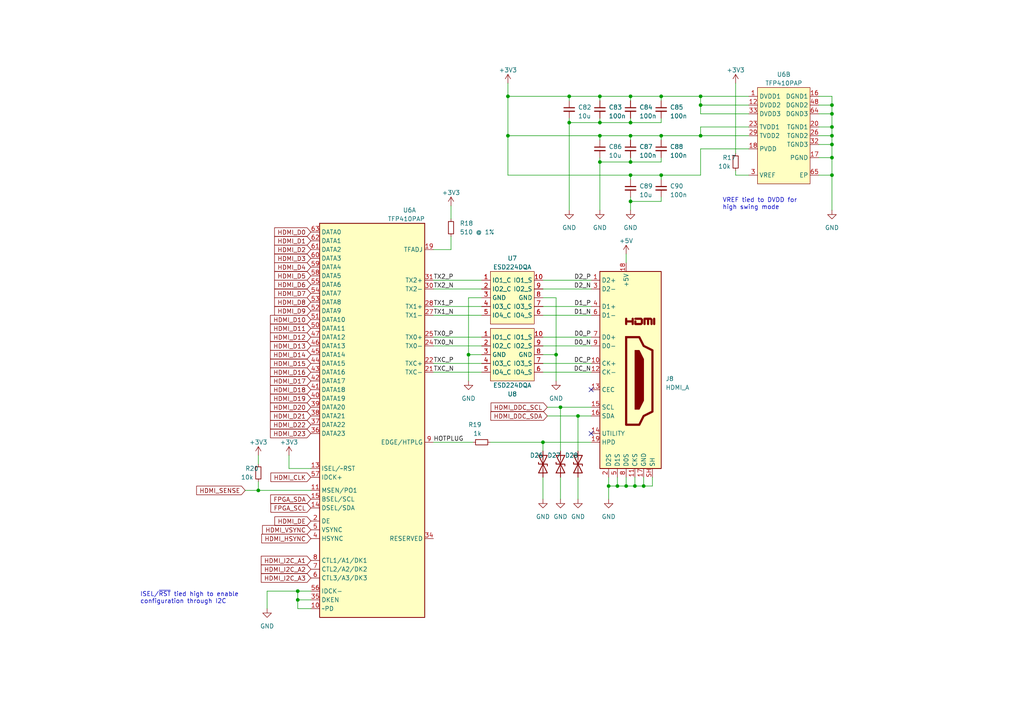
<source format=kicad_sch>
(kicad_sch (version 20220126) (generator eeschema)
  (paper "A4")
  (lib_symbols
    (symbol "Connector:HDMI_A"
      (property "Reference" "J?" (at 11.43 0.635 0))
      (property "Value" "HDMI_A" (at 11.43 -1.905 0))
      (symbol "HDMI_A_0_0"
        (polyline (pts (xy 8.128 16.51) (xy 8.128 18.034)) (stroke (width 0.635)))
        (polyline (pts (xy 0 16.51) (xy 0 18.034) (xy 0 17.272) (xy 1.905 17.272) (xy 1.905 18.034) (xy 1.905 16.51)) (stroke (width 0.635)))
        (polyline (pts (xy 2.667 18.034) (xy 4.318 18.034) (xy 4.572 17.78) (xy 4.572 16.764) (xy 4.318 16.51) (xy 2.667 16.51) (xy 2.667 17.272)) (stroke (width 0.635)))
      )
      (symbol "HDMI_A_0_1"
        (rectangle (start -7.62 31.75) (end 10.16 -25.4) (stroke (width 0.254)) (fill (type background)))
        (polyline (pts (xy 2.54 8.89) (xy 3.81 8.89) (xy 5.08 6.35) (xy 5.08 -5.715) (xy 3.81 -8.255) (xy 2.54 -8.255) (xy 2.54 8.89)) (fill (type outline)))
        (polyline (pts (xy 5.334 16.51) (xy 5.334 18.034) (xy 6.35 18.034) (xy 6.35 16.51) (xy 6.35 18.034) (xy 7.112 18.034) (xy 7.366 17.78) (xy 7.366 16.51)) (stroke (width 0.635)))
        (polyline (pts (xy 0 12.7) (xy 0 -12.7) (xy 3.81 -12.7) (xy 5.08 -10.16) (xy 7.62 -8.89) (xy 7.62 8.89) (xy 5.08 10.16) (xy 3.81 12.7) (xy 0 12.7)) (stroke (width 0.635)))
      )
      (symbol "HDMI_A_1_1"
        (pin passive line (at -10.16 29.21 0) (length 2.54) (name "D2+") (number "1"))
        (pin passive line (at -10.16 5.08 0) (length 2.54) (name "CK+") (number "10"))
        (pin power_in line (at 2.54 -27.94 90) (length 2.54) (name "CKS") (number "11"))
        (pin passive line (at -10.16 2.54 0) (length 2.54) (name "CK-") (number "12"))
        (pin bidirectional line (at -10.16 -2.54 0) (length 2.54) (name "CEC") (number "13"))
        (pin passive line (at -10.16 -15.24 0) (length 2.54) (name "UTILITY") (number "14"))
        (pin passive line (at -10.16 -7.62 0) (length 2.54) (name "SCL") (number "15"))
        (pin bidirectional line (at -10.16 -10.16 0) (length 2.54) (name "SDA") (number "16"))
        (pin power_in line (at 5.08 -27.94 90) (length 2.54) (name "GND") (number "17"))
        (pin power_in line (at 0 34.29 270) (length 2.54) (name "+5V") (number "18"))
        (pin passive line (at -10.16 -17.78 0) (length 2.54) (name "HPD") (number "19"))
        (pin power_in line (at -5.08 -27.94 90) (length 2.54) (name "D2S") (number "2"))
        (pin passive line (at -10.16 26.67 0) (length 2.54) (name "D2-") (number "3"))
        (pin passive line (at -10.16 21.59 0) (length 2.54) (name "D1+") (number "4"))
        (pin power_in line (at -2.54 -27.94 90) (length 2.54) (name "D1S") (number "5"))
        (pin passive line (at -10.16 19.05 0) (length 2.54) (name "D1-") (number "6"))
        (pin passive line (at -10.16 12.7 0) (length 2.54) (name "D0+") (number "7"))
        (pin power_in line (at 0 -27.94 90) (length 2.54) (name "D0S") (number "8"))
        (pin passive line (at -10.16 10.16 0) (length 2.54) (name "D0-") (number "9"))
        (pin passive line (at 7.62 -27.94 90) (length 2.54) (name "SH") (number "SH"))
      )
    )
    (symbol "Device:C_Small" (pin_numbers hide) (pin_names (offset 0.254) hide)
      (property "Reference" "C" (at 0.254 1.778 0))
      (property "Value" "C_Small" (at 0.254 -2.032 0))
      (symbol "C_Small_0_1"
        (polyline (pts (xy -1.524 -0.508) (xy 1.524 -0.508)) (stroke (width 0.3302)))
        (polyline (pts (xy -1.524 0.508) (xy 1.524 0.508)) (stroke (width 0.3048)))
      )
      (symbol "C_Small_1_1"
        (pin passive line (at 0 2.54 270) (length 2.032) (name "~") (number "1"))
        (pin passive line (at 0 -2.54 90) (length 2.032) (name "~") (number "2"))
      )
    )
    (symbol "Device:D_TVS" (pin_numbers hide) (pin_names (offset 1.016) hide)
      (property "Reference" "D" (at 0 2.54 0))
      (property "Value" "D_TVS" (at 0 -2.54 0))
      (symbol "D_TVS_0_1"
        (polyline (pts (xy 1.27 0) (xy -1.27 0)))
        (polyline (pts (xy 0.508 1.27) (xy 0 1.27) (xy 0 -1.27) (xy -0.508 -1.27)) (stroke (width 0.254)))
        (polyline (pts (xy -2.54 1.27) (xy -2.54 -1.27) (xy 2.54 1.27) (xy 2.54 -1.27) (xy -2.54 1.27)) (stroke (width 0.254)))
      )
      (symbol "D_TVS_1_1"
        (pin passive line (at -3.81 0 0) (length 2.54) (name "A1") (number "1"))
        (pin passive line (at 3.81 0 180) (length 2.54) (name "A2") (number "2"))
      )
    )
    (symbol "Device:R_Small" (pin_numbers hide) (pin_names (offset 0.254) hide)
      (property "Reference" "R" (at 0.762 0.508 0))
      (property "Value" "R_Small" (at 0.762 -1.016 0))
      (symbol "R_Small_0_1"
        (rectangle (start -0.762 1.778) (end 0.762 -1.778) (stroke (width 0.2032)))
      )
      (symbol "R_Small_1_1"
        (pin passive line (at 0 2.54 270) (length 0.762) (name "~") (number "1"))
        (pin passive line (at 0 -2.54 90) (length 0.762) (name "~") (number "2"))
      )
    )
    (symbol "ESD224DQA:ESD224DQA"
      (property "Reference" "U" (at 0 2.54 0))
      (property "Value" "ESD224DQA" (at 0 0 0))
      (symbol "ESD224DQA_0_1"
        (rectangle (start -6.35 -2.54) (end 6.35 -17.78) (stroke (width 0.1524)) (fill (type background)))
      )
      (symbol "ESD224DQA_1_1"
        (pin input line (at -8.89 -5.08 0) (length 2.54) (name "IO1_C") (number "1"))
        (pin input line (at 8.89 -5.08 180) (length 2.54) (name "IO1_S") (number "10"))
        (pin input line (at -8.89 -7.62 0) (length 2.54) (name "IO2_C") (number "2"))
        (pin input line (at -8.89 -10.16 0) (length 2.54) (name "GND") (number "3"))
        (pin input line (at -8.89 -12.7 0) (length 2.54) (name "IO3_C") (number "4"))
        (pin input line (at -8.89 -15.24 0) (length 2.54) (name "IO4_C") (number "5"))
        (pin input line (at 8.89 -15.24 180) (length 2.54) (name "IO4_S") (number "6"))
        (pin input line (at 8.89 -12.7 180) (length 2.54) (name "IO3_S") (number "7"))
        (pin input line (at 8.89 -10.16 180) (length 2.54) (name "GND") (number "8"))
        (pin input line (at 8.89 -7.62 180) (length 2.54) (name "IO2_S") (number "9"))
      )
    )
    (symbol "TFP410PAP_1"
      (property "Reference" "U?" (at 10.16 43.18 0))
      (property "Value" "TFP410PAP" (at 10.16 40.64 0))
      (symbol "TFP410PAP_1_1_1"
        (rectangle (start -15.24 55.88) (end 15.24 -58.42) (stroke (width 0.254)) (fill (type background)))
        (pin input line (at -17.78 -38.1 0) (length 2.54) (name "~PD") (number "10"))
        (pin output line (at -17.78 -35.56 0) (length 2.54) (name "MSEN/PO1") (number "11"))
        (pin input line (at -17.78 -40.64 0) (length 2.54) (name "ISEL/~RST") (number "13"))
        (pin bidirectional line (at -17.78 -55.88 0) (length 2.54) (name "DSEL/SDA") (number "14"))
        (pin input line (at -17.78 -53.34 0) (length 2.54) (name "BSEL/SCL") (number "15"))
        (pin input line (at 17.78 48.26 180) (length 2.54) (name "TFADJ") (number "19"))
        (pin input line (at -17.78 -17.78 0) (length 2.54) (name "DE") (number "2"))
        (pin output line (at 17.78 12.7 180) (length 2.54) (name "TXC-") (number "21"))
        (pin output line (at 17.78 15.24 180) (length 2.54) (name "TXC+") (number "22"))
        (pin output line (at 17.78 27.94 180) (length 2.54) (name "TX0-") (number "24"))
        (pin output line (at 17.78 30.48 180) (length 2.54) (name "TX0+") (number "25"))
        (pin output line (at 17.78 22.86 180) (length 2.54) (name "TX1-") (number "27"))
        (pin output line (at 17.78 25.4 180) (length 2.54) (name "TX1+") (number "28"))
        (pin output line (at 17.78 17.78 180) (length 2.54) (name "TX2-") (number "30"))
        (pin output line (at 17.78 20.32 180) (length 2.54) (name "TX2+") (number "31"))
        (pin input line (at 17.78 -35.56 180) (length 2.54) (name "RESERVED") (number "34"))
        (pin input line (at -17.78 -30.48 0) (length 2.54) (name "DKEN") (number "35"))
        (pin input line (at -17.78 -12.7 0) (length 2.54) (name "DATA23") (number "36"))
        (pin input line (at -17.78 -10.16 0) (length 2.54) (name "DATA22") (number "37"))
        (pin input line (at -17.78 -7.62 0) (length 2.54) (name "DATA21") (number "38"))
        (pin input line (at -17.78 -5.08 0) (length 2.54) (name "DATA20") (number "39"))
        (pin input line (at -17.78 -22.86 0) (length 2.54) (name "HSYNC") (number "4"))
        (pin input line (at -17.78 -2.54 0) (length 2.54) (name "DATA19") (number "40"))
        (pin input line (at -17.78 0 0) (length 2.54) (name "DATA18") (number "41"))
        (pin input line (at -17.78 2.54 0) (length 2.54) (name "DATA17") (number "42"))
        (pin input line (at -17.78 5.08 0) (length 2.54) (name "DATA16") (number "43"))
        (pin input line (at -17.78 7.62 0) (length 2.54) (name "DATA15") (number "44"))
        (pin input line (at -17.78 10.16 0) (length 2.54) (name "DATA14") (number "45"))
        (pin input line (at -17.78 12.7 0) (length 2.54) (name "DATA13") (number "46"))
        (pin input line (at -17.78 15.24 0) (length 2.54) (name "DATA12") (number "47"))
        (pin no_connect line (at 15.24 -33.02 180) (length 2.54) hide (name "NC") (number "49"))
        (pin input line (at -17.78 -20.32 0) (length 2.54) (name "VSYNC") (number "5"))
        (pin input line (at -17.78 17.78 0) (length 2.54) (name "DATA11") (number "50"))
        (pin input line (at -17.78 20.32 0) (length 2.54) (name "DATA10") (number "51"))
        (pin input line (at -17.78 22.86 0) (length 2.54) (name "DATA9") (number "52"))
        (pin input line (at -17.78 25.4 0) (length 2.54) (name "DATA8") (number "53"))
        (pin input line (at -17.78 27.94 0) (length 2.54) (name "DATA7") (number "54"))
        (pin input line (at -17.78 30.48 0) (length 2.54) (name "DATA6") (number "55"))
        (pin input line (at -17.78 53.34 0) (length 2.54) (name "IDCK-") (number "56"))
        (pin input line (at -17.78 50.8 0) (length 2.54) (name "IDCK+") (number "57"))
        (pin input line (at -17.78 33.02 0) (length 2.54) (name "DATA5") (number "58"))
        (pin input line (at -17.78 35.56 0) (length 2.54) (name "DATA4") (number "59"))
        (pin input line (at -17.78 -48.26 0) (length 2.54) (name "CTL3/A3/DK3") (number "6"))
        (pin input line (at -17.78 38.1 0) (length 2.54) (name "DATA3") (number "60"))
        (pin input line (at -17.78 40.64 0) (length 2.54) (name "DATA2") (number "61"))
        (pin input line (at -17.78 43.18 0) (length 2.54) (name "DATA1") (number "62"))
        (pin input line (at -17.78 45.72 0) (length 2.54) (name "DATA0") (number "63"))
        (pin input line (at -17.78 -45.72 0) (length 2.54) (name "CTL2/A2/DK2") (number "7"))
        (pin input line (at -17.78 -43.18 0) (length 2.54) (name "CTL1/A1/DK1") (number "8"))
        (pin input line (at -17.78 -27.94 0) (length 2.54) (name "EDGE/HTPLG") (number "9"))
      )
      (symbol "TFP410PAP_1_2_1"
        (rectangle (start 2.54 39.37) (end 17.78 11.43) (stroke (width 0.1524)) (fill (type background)))
        (pin power_in line (at 0 36.83 0) (length 2.54) (name "DVDD1") (number "1"))
        (pin power_in line (at 0 34.29 0) (length 2.54) (name "DVDD2") (number "12"))
        (pin power_in line (at 20.32 36.83 180) (length 2.54) (name "DGND1") (number "16"))
        (pin power_in line (at 20.32 19.05 180) (length 2.54) (name "PGND") (number "17"))
        (pin power_in line (at 0 21.59 0) (length 2.54) (name "PVDD") (number "18"))
        (pin power_in line (at 20.32 27.94 180) (length 2.54) (name "TGND1") (number "20"))
        (pin power_in line (at 0 27.94 0) (length 2.54) (name "TVDD1") (number "23"))
        (pin power_in line (at 20.32 25.4 180) (length 2.54) (name "TGND2") (number "26"))
        (pin power_in line (at 0 25.4 0) (length 2.54) (name "TVDD2") (number "29"))
        (pin input line (at 0 13.97 0) (length 2.54) (name "VREF") (number "3"))
        (pin power_in line (at 20.32 22.86 180) (length 2.54) (name "TGND3") (number "32"))
        (pin power_in line (at 0 31.75 0) (length 2.54) (name "DVDD3") (number "33"))
        (pin power_in line (at 20.32 34.29 180) (length 2.54) (name "DGND2") (number "48"))
        (pin power_in line (at 20.32 31.75 180) (length 2.54) (name "DGND3") (number "64"))
        (pin power_in line (at 20.32 13.97 180) (length 2.54) (name "EP") (number "65"))
      )
    )
    (symbol "Video:TFP410PAP"
      (property "Reference" "U?" (at 8.89 59.69 0))
      (property "Value" "TFP410PAP" (at 4.4959 57.15 0))
      (symbol "TFP410PAP_1_1"
        (rectangle (start -15.24 55.88) (end 15.24 -58.42) (stroke (width 0.254)) (fill (type background)))
        (pin input line (at -17.78 -55.88 0) (length 2.54) (name "~PD") (number "10"))
        (pin output line (at -17.78 -21.59 0) (length 2.54) (name "MSEN/PO1") (number "11"))
        (pin input line (at -17.78 -15.24 0) (length 2.54) (name "ISEL/~RST") (number "13"))
        (pin bidirectional line (at -17.78 -26.67 0) (length 2.54) (name "DSEL/SDA") (number "14"))
        (pin input line (at -17.78 -24.13 0) (length 2.54) (name "BSEL/SCL") (number "15"))
        (pin input line (at 17.78 48.26 180) (length 2.54) (name "TFADJ") (number "19"))
        (pin input line (at -17.78 -30.48 0) (length 2.54) (name "DE") (number "2"))
        (pin output line (at 17.78 12.7 180) (length 2.54) (name "TXC-") (number "21"))
        (pin output line (at 17.78 15.24 180) (length 2.54) (name "TXC+") (number "22"))
        (pin output line (at 17.78 20.32 180) (length 2.54) (name "TX0-") (number "24"))
        (pin output line (at 17.78 22.86 180) (length 2.54) (name "TX0+") (number "25"))
        (pin output line (at 17.78 29.21 180) (length 2.54) (name "TX1-") (number "27"))
        (pin output line (at 17.78 31.75 180) (length 2.54) (name "TX1+") (number "28"))
        (pin output line (at 17.78 36.83 180) (length 2.54) (name "TX2-") (number "30"))
        (pin output line (at 17.78 39.37 180) (length 2.54) (name "TX2+") (number "31"))
        (pin input line (at 17.78 -35.56 180) (length 2.54) (name "RESERVED") (number "34"))
        (pin input line (at -17.78 -53.34 0) (length 2.54) (name "DKEN") (number "35"))
        (pin input line (at -17.78 -5.08 0) (length 2.54) (name "DATA23") (number "36"))
        (pin input line (at -17.78 -2.54 0) (length 2.54) (name "DATA22") (number "37"))
        (pin input line (at -17.78 0 0) (length 2.54) (name "DATA21") (number "38"))
        (pin input line (at -17.78 2.54 0) (length 2.54) (name "DATA20") (number "39"))
        (pin input line (at -17.78 -35.56 0) (length 2.54) (name "HSYNC") (number "4"))
        (pin input line (at -17.78 5.08 0) (length 2.54) (name "DATA19") (number "40"))
        (pin input line (at -17.78 7.62 0) (length 2.54) (name "DATA18") (number "41"))
        (pin input line (at -17.78 10.16 0) (length 2.54) (name "DATA17") (number "42"))
        (pin input line (at -17.78 12.7 0) (length 2.54) (name "DATA16") (number "43"))
        (pin input line (at -17.78 15.24 0) (length 2.54) (name "DATA15") (number "44"))
        (pin input line (at -17.78 17.78 0) (length 2.54) (name "DATA14") (number "45"))
        (pin input line (at -17.78 20.32 0) (length 2.54) (name "DATA13") (number "46"))
        (pin input line (at -17.78 22.86 0) (length 2.54) (name "DATA12") (number "47"))
        (pin no_connect line (at 15.24 -33.02 180) (length 2.54) hide (name "NC") (number "49"))
        (pin input line (at -17.78 -33.02 0) (length 2.54) (name "VSYNC") (number "5"))
        (pin input line (at -17.78 25.4 0) (length 2.54) (name "DATA11") (number "50"))
        (pin input line (at -17.78 27.94 0) (length 2.54) (name "DATA10") (number "51"))
        (pin input line (at -17.78 30.48 0) (length 2.54) (name "DATA9") (number "52"))
        (pin input line (at -17.78 33.02 0) (length 2.54) (name "DATA8") (number "53"))
        (pin input line (at -17.78 35.56 0) (length 2.54) (name "DATA7") (number "54"))
        (pin input line (at -17.78 38.1 0) (length 2.54) (name "DATA6") (number "55"))
        (pin input line (at -17.78 -50.8 0) (length 2.54) (name "IDCK-") (number "56"))
        (pin input line (at -17.78 -17.78 0) (length 2.54) (name "IDCK+") (number "57"))
        (pin input line (at -17.78 40.64 0) (length 2.54) (name "DATA5") (number "58"))
        (pin input line (at -17.78 43.18 0) (length 2.54) (name "DATA4") (number "59"))
        (pin input line (at -17.78 -46.99 0) (length 2.54) (name "CTL3/A3/DK3") (number "6"))
        (pin input line (at -17.78 45.72 0) (length 2.54) (name "DATA3") (number "60"))
        (pin input line (at -17.78 48.26 0) (length 2.54) (name "DATA2") (number "61"))
        (pin input line (at -17.78 50.8 0) (length 2.54) (name "DATA1") (number "62"))
        (pin input line (at -17.78 53.34 0) (length 2.54) (name "DATA0") (number "63"))
        (pin input line (at -17.78 -44.45 0) (length 2.54) (name "CTL2/A2/DK2") (number "7"))
        (pin input line (at -17.78 -41.91 0) (length 2.54) (name "CTL1/A1/DK1") (number "8"))
        (pin input line (at 17.78 -7.62 180) (length 2.54) (name "EDGE/HTPLG") (number "9"))
      )
      (symbol "TFP410PAP_2_1"
        (rectangle (start 2.54 39.37) (end 17.78 12.7) (stroke (width 0.1524)) (fill (type background)))
        (pin power_in line (at 0 36.83 0) (length 2.54) (name "DVDD1") (number "1"))
        (pin power_in line (at 0 34.29 0) (length 2.54) (name "DVDD2") (number "12"))
        (pin power_in line (at 20.32 36.83 180) (length 2.54) (name "DGND1") (number "16"))
        (pin power_in line (at 20.32 27.94 180) (length 2.54) (name "PGND") (number "17"))
        (pin power_in line (at 0 27.94 0) (length 2.54) (name "PVDD") (number "18"))
        (pin power_in line (at 20.32 24.13 180) (length 2.54) (name "TGND1") (number "20"))
        (pin power_in line (at 0 24.13 0) (length 2.54) (name "TVDD1") (number "23"))
        (pin power_in line (at 20.32 21.59 180) (length 2.54) (name "TGND2") (number "26"))
        (pin power_in line (at 0 21.59 0) (length 2.54) (name "TVDD2") (number "29"))
        (pin input line (at 0 15.24 0) (length 2.54) (name "VREF") (number "3"))
        (pin power_in line (at 20.32 19.05 180) (length 2.54) (name "TGND3") (number "32"))
        (pin power_in line (at 0 31.75 0) (length 2.54) (name "DVDD3") (number "33"))
        (pin power_in line (at 20.32 34.29 180) (length 2.54) (name "DGND2") (number "48"))
        (pin power_in line (at 20.32 31.75 180) (length 2.54) (name "DGND3") (number "64"))
        (pin power_in line (at 20.32 15.24 180) (length 2.54) (name "EP") (number "65"))
      )
    )
    (symbol "power:+3V3" (power) (pin_names (offset 0))
      (property "Value" "+3V3" (at 0 3.556 0))
      (symbol "+3V3_0_1"
        (polyline (pts (xy -0.762 1.27) (xy 0 2.54)))
        (polyline (pts (xy 0 0) (xy 0 2.54)))
        (polyline (pts (xy 0 2.54) (xy 0.762 1.27)))
      )
      (symbol "+3V3_1_1"
        (pin power_in line (at 0 0 90) (length 0) hide (name "+3V3") (number "1"))
      )
    )
    (symbol "power:+5V" (power) (pin_names (offset 0))
      (property "Value" "+5V" (at 0 3.556 0))
      (symbol "+5V_0_1"
        (polyline (pts (xy -0.762 1.27) (xy 0 2.54)))
        (polyline (pts (xy 0 0) (xy 0 2.54)))
        (polyline (pts (xy 0 2.54) (xy 0.762 1.27)))
      )
      (symbol "+5V_1_1"
        (pin power_in line (at 0 0 90) (length 0) hide (name "+5V") (number "1"))
      )
    )
    (symbol "power:GND" (power) (pin_names (offset 0))
      (property "Value" "GND" (at 0 -3.81 0))
      (symbol "GND_0_1"
        (polyline (pts (xy 0 0) (xy 0 -1.27) (xy 1.27 -1.27) (xy 0 -2.54) (xy -1.27 -1.27) (xy 0 -1.27)))
      )
      (symbol "GND_1_1"
        (pin power_in line (at 0 0 270) (length 0) hide (name "GND") (number "1"))
      )
    )
  )
  (junction (at 191.77 27.94))
  (junction (at 176.53 140.97))
  (junction (at 173.99 46.99))
  (junction (at 162.56 118.11))
  (junction (at 182.88 50.8))
  (junction (at 161.29 102.87))
  (junction (at 74.93 142.24))
  (junction (at 157.48 128.27))
  (junction (at 241.3 36.83))
  (junction (at 182.88 39.37))
  (junction (at 147.32 27.94))
  (junction (at 182.88 46.99))
  (junction (at 241.3 50.8))
  (junction (at 165.1 35.56))
  (junction (at 191.77 50.8))
  (junction (at 173.99 39.37))
  (junction (at 203.2 39.37))
  (junction (at 182.88 35.56))
  (junction (at 86.36 171.45))
  (junction (at 191.77 39.37))
  (junction (at 173.99 27.94))
  (junction (at 147.32 39.37))
  (junction (at 241.3 41.91))
  (junction (at 241.3 33.02))
  (junction (at 203.2 30.48))
  (junction (at 179.07 140.97))
  (junction (at 182.88 58.42))
  (junction (at 241.3 45.72))
  (junction (at 203.2 27.94))
  (junction (at 135.89 102.87))
  (junction (at 186.69 140.97))
  (junction (at 165.1 27.94))
  (junction (at 241.3 30.48))
  (junction (at 184.15 140.97))
  (junction (at 241.3 39.37))
  (junction (at 86.36 173.99))
  (junction (at 173.99 35.56))
  (junction (at 167.64 120.65))
  (junction (at 182.88 27.94))
  (junction (at 181.61 140.97))
  (no_connect (at 171.45 113.03))
  (no_connect (at 171.45 125.73))
  (wire (pts (xy 135.89 110.49) (xy 135.89 102.87)))
  (wire (pts (xy 182.88 35.56) (xy 173.99 35.56)))
  (wire (pts (xy 157.48 138.43) (xy 157.48 144.78)))
  (wire (pts (xy 237.49 33.02) (xy 241.3 33.02)))
  (wire (pts (xy 237.49 45.72) (xy 241.3 45.72)))
  (wire (pts (xy 173.99 35.56) (xy 165.1 35.56)))
  (wire (pts (xy 182.88 34.29) (xy 182.88 35.56)))
  (wire (pts (xy 217.17 33.02) (xy 203.2 33.02)))
  (wire (pts (xy 147.32 27.94) (xy 147.32 39.37)))
  (wire (pts (xy 186.69 140.97) (xy 189.23 140.97)))
  (wire (pts (xy 162.56 118.11) (xy 171.45 118.11)))
  (wire (pts (xy 241.3 27.94) (xy 237.49 27.94)))
  (wire (pts (xy 241.3 45.72) (xy 241.3 50.8)))
  (wire (pts (xy 213.36 50.8) (xy 213.36 49.53)))
  (wire (pts (xy 173.99 27.94) (xy 173.99 29.21)))
  (wire (pts (xy 186.69 138.43) (xy 186.69 140.97)))
  (wire (pts (xy 147.32 24.13) (xy 147.32 27.94)))
  (wire (pts (xy 125.73 107.95) (xy 139.7 107.95)))
  (wire (pts (xy 191.77 57.15) (xy 191.77 58.42)))
  (wire (pts (xy 158.75 120.65) (xy 167.64 120.65)))
  (wire (pts (xy 74.93 139.7) (xy 74.93 142.24)))
  (wire (pts (xy 90.17 176.53) (xy 86.36 176.53)))
  (wire (pts (xy 191.77 46.99) (xy 182.88 46.99)))
  (wire (pts (xy 173.99 34.29) (xy 173.99 35.56)))
  (wire (pts (xy 237.49 41.91) (xy 241.3 41.91)))
  (wire (pts (xy 191.77 39.37) (xy 203.2 39.37)))
  (wire (pts (xy 182.88 50.8) (xy 182.88 52.07)))
  (wire (pts (xy 191.77 34.29) (xy 191.77 35.56)))
  (wire (pts (xy 157.48 97.79) (xy 171.45 97.79)))
  (wire (pts (xy 191.77 27.94) (xy 182.88 27.94)))
  (wire (pts (xy 203.2 30.48) (xy 217.17 30.48)))
  (wire (pts (xy 147.32 39.37) (xy 173.99 39.37)))
  (wire (pts (xy 83.82 135.89) (xy 90.17 135.89)))
  (wire (pts (xy 90.17 173.99) (xy 86.36 173.99)))
  (wire (pts (xy 179.07 140.97) (xy 181.61 140.97)))
  (wire (pts (xy 165.1 27.94) (xy 165.1 29.21)))
  (wire (pts (xy 182.88 39.37) (xy 182.88 40.64)))
  (wire (pts (xy 167.64 138.43) (xy 167.64 144.78)))
  (wire (pts (xy 241.3 60.96) (xy 241.3 50.8)))
  (wire (pts (xy 182.88 45.72) (xy 182.88 46.99)))
  (wire (pts (xy 125.73 88.9) (xy 139.7 88.9)))
  (wire (pts (xy 167.64 130.81) (xy 167.64 120.65)))
  (wire (pts (xy 162.56 138.43) (xy 162.56 144.78)))
  (wire (pts (xy 161.29 102.87) (xy 161.29 86.36)))
  (wire (pts (xy 165.1 35.56) (xy 165.1 60.96)))
  (wire (pts (xy 191.77 39.37) (xy 191.77 40.64)))
  (wire (pts (xy 173.99 46.99) (xy 173.99 45.72)))
  (wire (pts (xy 182.88 27.94) (xy 182.88 29.21)))
  (wire (pts (xy 191.77 50.8) (xy 182.88 50.8)))
  (wire (pts (xy 125.73 83.82) (xy 139.7 83.82)))
  (wire (pts (xy 203.2 43.18) (xy 217.17 43.18)))
  (wire (pts (xy 182.88 27.94) (xy 173.99 27.94)))
  (wire (pts (xy 191.77 27.94) (xy 191.77 29.21)))
  (wire (pts (xy 157.48 105.41) (xy 171.45 105.41)))
  (wire (pts (xy 203.2 33.02) (xy 203.2 30.48)))
  (wire (pts (xy 83.82 132.08) (xy 83.82 135.89)))
  (wire (pts (xy 158.75 118.11) (xy 162.56 118.11)))
  (wire (pts (xy 191.77 58.42) (xy 182.88 58.42)))
  (wire (pts (xy 179.07 138.43) (xy 179.07 140.97)))
  (wire (pts (xy 147.32 27.94) (xy 165.1 27.94)))
  (wire (pts (xy 157.48 91.44) (xy 171.45 91.44)))
  (wire (pts (xy 135.89 102.87) (xy 139.7 102.87)))
  (wire (pts (xy 237.49 39.37) (xy 241.3 39.37)))
  (wire (pts (xy 181.61 140.97) (xy 184.15 140.97)))
  (wire (pts (xy 237.49 36.83) (xy 241.3 36.83)))
  (wire (pts (xy 184.15 138.43) (xy 184.15 140.97)))
  (wire (pts (xy 125.73 91.44) (xy 139.7 91.44)))
  (wire (pts (xy 125.73 100.33) (xy 139.7 100.33)))
  (wire (pts (xy 176.53 140.97) (xy 176.53 144.78)))
  (wire (pts (xy 125.73 128.27) (xy 137.16 128.27)))
  (wire (pts (xy 241.3 33.02) (xy 241.3 30.48)))
  (wire (pts (xy 203.2 39.37) (xy 217.17 39.37)))
  (wire (pts (xy 213.36 24.13) (xy 213.36 44.45)))
  (wire (pts (xy 191.77 45.72) (xy 191.77 46.99)))
  (wire (pts (xy 203.2 43.18) (xy 203.2 50.8)))
  (wire (pts (xy 125.73 81.28) (xy 139.7 81.28)))
  (wire (pts (xy 161.29 110.49) (xy 161.29 102.87)))
  (wire (pts (xy 71.12 142.24) (xy 74.93 142.24)))
  (wire (pts (xy 147.32 39.37) (xy 147.32 50.8)))
  (wire (pts (xy 191.77 35.56) (xy 182.88 35.56)))
  (wire (pts (xy 241.3 30.48) (xy 241.3 27.94)))
  (wire (pts (xy 125.73 105.41) (xy 139.7 105.41)))
  (wire (pts (xy 147.32 50.8) (xy 182.88 50.8)))
  (wire (pts (xy 161.29 86.36) (xy 157.48 86.36)))
  (wire (pts (xy 237.49 30.48) (xy 241.3 30.48)))
  (wire (pts (xy 173.99 46.99) (xy 173.99 60.96)))
  (wire (pts (xy 182.88 46.99) (xy 173.99 46.99)))
  (wire (pts (xy 157.48 81.28) (xy 171.45 81.28)))
  (wire (pts (xy 125.73 97.79) (xy 139.7 97.79)))
  (wire (pts (xy 157.48 88.9) (xy 171.45 88.9)))
  (wire (pts (xy 130.81 68.58) (xy 130.81 72.39)))
  (wire (pts (xy 86.36 171.45) (xy 90.17 171.45)))
  (wire (pts (xy 173.99 39.37) (xy 173.99 40.64)))
  (wire (pts (xy 179.07 140.97) (xy 176.53 140.97)))
  (wire (pts (xy 241.3 45.72) (xy 241.3 41.91)))
  (wire (pts (xy 173.99 39.37) (xy 182.88 39.37)))
  (wire (pts (xy 237.49 50.8) (xy 241.3 50.8)))
  (wire (pts (xy 135.89 102.87) (xy 135.89 86.36)))
  (wire (pts (xy 182.88 58.42) (xy 182.88 57.15)))
  (wire (pts (xy 157.48 128.27) (xy 171.45 128.27)))
  (wire (pts (xy 241.3 39.37) (xy 241.3 36.83)))
  (wire (pts (xy 173.99 27.94) (xy 165.1 27.94)))
  (wire (pts (xy 191.77 50.8) (xy 203.2 50.8)))
  (wire (pts (xy 162.56 130.81) (xy 162.56 118.11)))
  (wire (pts (xy 203.2 27.94) (xy 191.77 27.94)))
  (wire (pts (xy 135.89 86.36) (xy 139.7 86.36)))
  (wire (pts (xy 181.61 73.66) (xy 181.61 76.2)))
  (wire (pts (xy 157.48 83.82) (xy 171.45 83.82)))
  (wire (pts (xy 217.17 50.8) (xy 213.36 50.8)))
  (wire (pts (xy 181.61 138.43) (xy 181.61 140.97)))
  (wire (pts (xy 167.64 120.65) (xy 171.45 120.65)))
  (wire (pts (xy 241.3 41.91) (xy 241.3 39.37)))
  (wire (pts (xy 191.77 50.8) (xy 191.77 52.07)))
  (wire (pts (xy 241.3 36.83) (xy 241.3 33.02)))
  (wire (pts (xy 165.1 35.56) (xy 165.1 34.29)))
  (wire (pts (xy 130.81 59.69) (xy 130.81 63.5)))
  (wire (pts (xy 86.36 176.53) (xy 86.36 173.99)))
  (wire (pts (xy 77.47 171.45) (xy 86.36 171.45)))
  (wire (pts (xy 157.48 100.33) (xy 171.45 100.33)))
  (wire (pts (xy 176.53 138.43) (xy 176.53 140.97)))
  (wire (pts (xy 74.93 142.24) (xy 90.17 142.24)))
  (wire (pts (xy 217.17 27.94) (xy 203.2 27.94)))
  (wire (pts (xy 184.15 140.97) (xy 186.69 140.97)))
  (wire (pts (xy 157.48 102.87) (xy 161.29 102.87)))
  (wire (pts (xy 182.88 58.42) (xy 182.88 60.96)))
  (wire (pts (xy 189.23 140.97) (xy 189.23 138.43)))
  (wire (pts (xy 74.93 132.08) (xy 74.93 134.62)))
  (wire (pts (xy 217.17 36.83) (xy 203.2 36.83)))
  (wire (pts (xy 86.36 173.99) (xy 86.36 171.45)))
  (wire (pts (xy 203.2 36.83) (xy 203.2 39.37)))
  (wire (pts (xy 157.48 128.27) (xy 157.48 130.81)))
  (wire (pts (xy 142.24 128.27) (xy 157.48 128.27)))
  (wire (pts (xy 130.81 72.39) (xy 125.73 72.39)))
  (wire (pts (xy 157.48 107.95) (xy 171.45 107.95)))
  (wire (pts (xy 203.2 30.48) (xy 203.2 27.94)))
  (wire (pts (xy 77.47 176.53) (xy 77.47 171.45)))
  (wire (pts (xy 182.88 39.37) (xy 191.77 39.37)))
  (text "VREF tied to DVDD for \nhigh swing mode" (at 209.55 60.96 0) (effects (font (size 1.27 1.27)) (justify left bottom)))
  (text "ISEL/~{RST} tied high to enable\nconfiguration through I2C" (at 40.64 175.26 0) (effects (font (size 1.27 1.27)) (justify left bottom)))
  (label "D1_N" (at 171.45 91.44 0))
  (label "D0_P" (at 171.45 97.79 0))
  (label "D2_P" (at 171.45 81.28 0))
  (label "TXC_P" (at 125.73 105.41 0))
  (label "TX2_P" (at 125.73 81.28 0))
  (label "D2_N" (at 171.45 83.82 0))
  (label "DC_P" (at 171.45 105.41 0))
  (label "HOTPLUG" (at 125.73 128.27 0))
  (label "TXC_N" (at 125.73 107.95 0))
  (label "D1_P" (at 171.45 88.9 0))
  (label "TX2_N" (at 125.73 83.82 0))
  (label "TX0_N" (at 125.73 100.33 0))
  (label "D0_N" (at 171.45 100.33 0))
  (label "TX0_P" (at 125.73 97.79 0))
  (label "TX1_P" (at 125.73 88.9 0))
  (label "TX1_N" (at 125.73 91.44 0))
  (label "DC_N" (at 171.45 107.95 0))
  (global_label "HDMI_D0" (shape input) (at 90.17 67.31 180) (property "Intersheetrefs" "${INTERSHEET_REFS}" (at 80.1309 67.31 0) (effects (justify right))))
  (global_label "HDMI_D17" (shape input) (at 90.17 110.49 180) (property "Intersheetrefs" "${INTERSHEET_REFS}" (at 80.1309 110.49 0) (effects (justify right))))
  (global_label "HDMI_D16" (shape input) (at 90.17 107.95 180) (property "Intersheetrefs" "${INTERSHEET_REFS}" (at 80.1309 107.95 0) (effects (justify right))))
  (global_label "HDMI_D19" (shape input) (at 90.17 115.57 180) (property "Intersheetrefs" "${INTERSHEET_REFS}" (at 80.1309 115.57 0) (effects (justify right))))
  (global_label "HDMI_D23" (shape input) (at 90.17 125.73 180) (property "Intersheetrefs" "${INTERSHEET_REFS}" (at 80.1309 125.73 0) (effects (justify right))))
  (global_label "HDMI_D20" (shape input) (at 90.17 118.11 180) (property "Intersheetrefs" "${INTERSHEET_REFS}" (at 80.1309 118.11 0) (effects (justify right))))
  (global_label "HDMI_D15" (shape input) (at 90.17 105.41 180) (property "Intersheetrefs" "${INTERSHEET_REFS}" (at 80.1309 105.41 0) (effects (justify right))))
  (global_label "HDMI_D1" (shape input) (at 90.17 69.85 180) (property "Intersheetrefs" "${INTERSHEET_REFS}" (at 80.1309 69.85 0) (effects (justify right))))
  (global_label "HDMI_D10" (shape input) (at 90.17 92.71 180) (property "Intersheetrefs" "${INTERSHEET_REFS}" (at 80.1309 92.71 0) (effects (justify right))))
  (global_label "HDMI_D6" (shape input) (at 90.17 82.55 180) (property "Intersheetrefs" "${INTERSHEET_REFS}" (at 80.1309 82.55 0) (effects (justify right))))
  (global_label "HDMI_D7" (shape input) (at 90.17 85.09 180) (property "Intersheetrefs" "${INTERSHEET_REFS}" (at 80.1309 85.09 0) (effects (justify right))))
  (global_label "HDMI_D2" (shape input) (at 90.17 72.39 180) (property "Intersheetrefs" "${INTERSHEET_REFS}" (at 80.1309 72.39 0) (effects (justify right))))
  (global_label "HDMI_D5" (shape input) (at 90.17 80.01 180) (property "Intersheetrefs" "${INTERSHEET_REFS}" (at 80.1309 80.01 0) (effects (justify right))))
  (global_label "HDMI_D8" (shape input) (at 90.17 87.63 180) (property "Intersheetrefs" "${INTERSHEET_REFS}" (at 80.1309 87.63 0) (effects (justify right))))
  (global_label "HDMI_I2C_A2" (shape input) (at 90.17 165.1 180) (property "Intersheetrefs" "${INTERSHEET_REFS}" (at 77.4699 165.1 0) (effects (justify right))))
  (global_label "FPGA_SCL" (shape input) (at 90.17 147.32 180) (property "Intersheetrefs" "${INTERSHEET_REFS}" (at 77.4699 147.32 0) (effects (justify right))))
  (global_label "HDMI_SENSE" (shape input) (at 71.12 142.24 180) (property "Intersheetrefs" "${INTERSHEET_REFS}" (at 58.4199 142.24 0) (effects (justify right))))
  (global_label "HDMI_D3" (shape input) (at 90.17 74.93 180) (property "Intersheetrefs" "${INTERSHEET_REFS}" (at 80.1309 74.93 0) (effects (justify right))))
  (global_label "HDMI_CLK" (shape input) (at 90.17 138.43 180) (property "Intersheetrefs" "${INTERSHEET_REFS}" (at 80.1309 138.43 0) (effects (justify right))))
  (global_label "HDMI_D22" (shape input) (at 90.17 123.19 180) (property "Intersheetrefs" "${INTERSHEET_REFS}" (at 80.1309 123.19 0) (effects (justify right))))
  (global_label "HDMI_D18" (shape input) (at 90.17 113.03 180) (property "Intersheetrefs" "${INTERSHEET_REFS}" (at 80.1309 113.03 0) (effects (justify right))))
  (global_label "HDMI_DE" (shape input) (at 90.17 151.13 180) (property "Intersheetrefs" "${INTERSHEET_REFS}" (at 81.28 151.13 0) (effects (justify right))))
  (global_label "HDMI_D12" (shape input) (at 90.17 97.79 180) (property "Intersheetrefs" "${INTERSHEET_REFS}" (at 80.1309 97.79 0) (effects (justify right))))
  (global_label "HDMI_D14" (shape input) (at 90.17 102.87 180) (property "Intersheetrefs" "${INTERSHEET_REFS}" (at 80.1309 102.87 0) (effects (justify right))))
  (global_label "HDMI_I2C_A1" (shape input) (at 90.17 162.56 180) (property "Intersheetrefs" "${INTERSHEET_REFS}" (at 77.4699 162.56 0) (effects (justify right))))
  (global_label "HDMI_DDC_SCL" (shape input) (at 158.75 118.11 180) (property "Intersheetrefs" "${INTERSHEET_REFS}" (at 143.51 118.11 0) (effects (justify right))))
  (global_label "HDMI_D4" (shape input) (at 90.17 77.47 180) (property "Intersheetrefs" "${INTERSHEET_REFS}" (at 80.1309 77.47 0) (effects (justify right))))
  (global_label "HDMI_D11" (shape input) (at 90.17 95.25 180) (property "Intersheetrefs" "${INTERSHEET_REFS}" (at 80.1309 95.25 0) (effects (justify right))))
  (global_label "HDMI_I2C_A3" (shape input) (at 90.17 167.64 180) (property "Intersheetrefs" "${INTERSHEET_REFS}" (at 77.4699 167.64 0) (effects (justify right))))
  (global_label "FPGA_SDA" (shape input) (at 90.17 144.78 180) (property "Intersheetrefs" "${INTERSHEET_REFS}" (at 77.4699 144.78 0) (effects (justify right))))
  (global_label "HDMI_DDC_SDA" (shape input) (at 158.75 120.65 180) (property "Intersheetrefs" "${INTERSHEET_REFS}" (at 143.51 120.65 0) (effects (justify right))))
  (global_label "HDMI_D13" (shape input) (at 90.17 100.33 180) (property "Intersheetrefs" "${INTERSHEET_REFS}" (at 80.1309 100.33 0) (effects (justify right))))
  (global_label "HDMI_VSYNC" (shape input) (at 90.17 153.67 180) (property "Intersheetrefs" "${INTERSHEET_REFS}" (at 77.7118 153.67 0) (effects (justify right))))
  (global_label "HDMI_D21" (shape input) (at 90.17 120.65 180) (property "Intersheetrefs" "${INTERSHEET_REFS}" (at 80.1309 120.65 0) (effects (justify right))))
  (global_label "HDMI_HSYNC" (shape input) (at 90.17 156.21 180) (property "Intersheetrefs" "${INTERSHEET_REFS}" (at 77.4699 156.21 0) (effects (justify right))))
  (global_label "HDMI_D9" (shape input) (at 90.17 90.17 180) (property "Intersheetrefs" "${INTERSHEET_REFS}" (at 80.1309 90.17 0) (effects (justify right))))
  (symbol (lib_id "Connector:HDMI_A") (at 181.61 110.49 0) (unit 1)
    (property "Reference" "J8" (at 193.04 109.855 0) (effects (justify left)))
    (property "Value" "HDMI_A" (at 193.04 112.395 0) (effects (justify left)))
    (property "Footprint" "RAHHD19TR:RAAHD19TR" (effects hide))
    (property "Datasheet" "https://en.wikipedia.org/wiki/HDMI" (effects hide))
    (property "Part Number" "RAHHD19TR" (effects hide))
  )
  (symbol (lib_id "Device:C_Small") (at 182.88 54.61 0) (unit 1)
    (property "Reference" "C89" (at 185.42 53.9813 0) (effects (justify left)))
    (property "Value" "10u" (at 185.42 56.5213 0) (effects (justify left)))
    (property "Footprint" "Capacitor_SMD:C_0805_2012Metric" (effects hide))
    (property "Part Number" "JMK212ABJ106MG-T" (effects hide))
  )
  (symbol (lib_id "power:GND") (at 162.56 144.78 0) (unit 1)
    (property "Reference" "#PWR0111" (effects hide))
    (property "Value" "GND" (at 162.56 149.86 0))
  )
  (symbol (lib_id "power:+3V3") (at 147.32 24.13 0) (unit 1)
    (property "Reference" "#PWR098" (effects hide))
    (property "Value" "+3V3" (at 147.32 20.32 0))
  )
  (symbol (lib_id "Device:C_Small") (at 173.99 31.75 0) (unit 1)
    (property "Reference" "C83" (at 176.53 31.1213 0) (effects (justify left)))
    (property "Value" "100n" (at 176.53 33.6613 0) (effects (justify left)))
    (property "Footprint" "Capacitor_SMD:C_0603_1608Metric" (effects hide))
    (property "Part Number" "EMK107B7104KA-T" (effects hide))
  )
  (symbol (lib_id "Device:R_Small") (at 74.93 137.16 0) (unit 1)
    (property "Reference" "R20" (at 71.12 135.89 0) (effects (justify left)))
    (property "Value" "10k" (at 69.85 138.43 0) (effects (justify left)))
    (property "Footprint" "Resistor_SMD:R_0603_1608Metric" (effects hide))
    (property "Part Number" "RC0603JR-0710KL" (effects hide))
  )
  (symbol (lib_id "power:GND") (at 176.53 144.78 0) (unit 1)
    (property "Reference" "#PWR0113" (effects hide))
    (property "Value" "GND" (at 176.53 149.86 0))
  )
  (symbol (lib_id "Device:C_Small") (at 165.1 31.75 0) (unit 1)
    (property "Reference" "C82" (at 167.64 31.1213 0) (effects (justify left)))
    (property "Value" "10u" (at 167.64 33.6613 0) (effects (justify left)))
    (property "Footprint" "Capacitor_SMD:C_0805_2012Metric" (effects hide))
    (property "Part Number" "JMK212ABJ106MG-T" (effects hide))
  )
  (symbol (lib_id "power:+5V") (at 181.61 73.66 0) (unit 1)
    (property "Reference" "#PWR0105" (effects hide))
    (property "Value" "+5V" (at 181.61 69.85 0))
  )
  (symbol (lib_id "Device:D_TVS") (at 162.56 134.62 90) (unit 1)
    (property "Reference" "D27" (at 158.75 132.08 90) (effects (justify right)))
    (property "Value" "D_TVS" (effects hide))
    (property "Footprint" "Diode_SMD:D_0603_1608Metric" (effects hide))
    (property "Part Number" "82356240030" (effects hide))
  )
  (symbol (lib_id "power:GND") (at 161.29 110.49 0) (unit 1)
    (property "Reference" "#PWR0107" (effects hide))
    (property "Value" "GND" (at 161.29 115.57 0))
  )
  (symbol (lib_id "Device:C_Small") (at 173.99 43.18 0) (unit 1)
    (property "Reference" "C86" (at 176.53 42.5513 0) (effects (justify left)))
    (property "Value" "10u" (at 176.53 45.0913 0) (effects (justify left)))
    (property "Footprint" "Capacitor_SMD:C_0805_2012Metric" (effects hide))
    (property "Part Number" "JMK212ABJ106MG-T" (effects hide))
  )
  (symbol (lib_id "Device:D_TVS") (at 157.48 134.62 90) (unit 1)
    (property "Reference" "D26" (at 153.67 132.08 90) (effects (justify right)))
    (property "Value" "D_TVS" (effects hide))
    (property "Footprint" "Diode_SMD:D_0603_1608Metric" (effects hide))
    (property "Part Number" "82356240030" (effects hide))
  )
  (symbol (lib_id "power:GND") (at 135.89 110.49 0) (unit 1)
    (property "Reference" "#PWR0106" (effects hide))
    (property "Value" "GND" (at 135.89 115.57 0))
  )
  (symbol (lib_id "power:+3V3") (at 83.82 132.08 0) (unit 1)
    (property "Reference" "#PWR0109" (effects hide))
    (property "Value" "+3V3" (at 83.82 128.27 0))
  )
  (symbol (lib_id "Device:C_Small") (at 182.88 43.18 0) (unit 1)
    (property "Reference" "C87" (at 185.42 42.5513 0) (effects (justify left)))
    (property "Value" "100n" (at 185.42 45.0913 0) (effects (justify left)))
    (property "Footprint" "Capacitor_SMD:C_0603_1608Metric" (effects hide))
    (property "Part Number" "EMK107B7104KA-T" (effects hide))
  )
  (symbol (lib_id "power:GND") (at 165.1 60.96 0) (unit 1)
    (property "Reference" "#PWR0101" (effects hide))
    (property "Value" "GND" (at 165.1 66.04 0))
  )
  (symbol (lib_id "Device:D_TVS") (at 167.64 134.62 90) (unit 1)
    (property "Reference" "D28" (at 163.83 132.08 90) (effects (justify right)))
    (property "Value" "D_TVS" (effects hide))
    (property "Footprint" "Diode_SMD:D_0603_1608Metric" (effects hide))
    (property "Part Number" "82356240030" (effects hide))
  )
  (symbol (lib_id "power:GND") (at 241.3 60.96 0) (unit 1)
    (property "Reference" "#PWR0104" (effects hide))
    (property "Value" "GND" (at 241.3 66.04 0))
  )
  (symbol (lib_id "Device:C_Small") (at 182.88 31.75 0) (unit 1)
    (property "Reference" "C84" (at 185.42 31.1213 0) (effects (justify left)))
    (property "Value" "100n" (at 185.42 33.6613 0) (effects (justify left)))
    (property "Footprint" "Capacitor_SMD:C_0603_1608Metric" (effects hide))
    (property "Part Number" "EMK107B7104KA-T" (effects hide))
  )
  (symbol (lib_id "power:GND") (at 157.48 144.78 0) (unit 1)
    (property "Reference" "#PWR0110" (effects hide))
    (property "Value" "GND" (at 157.48 149.86 0))
  )
  (symbol (lib_id "power:GND") (at 77.47 176.53 0) (unit 1)
    (property "Reference" "#PWR0114" (effects hide))
    (property "Value" "GND" (at 77.47 181.61 0))
  )
  (symbol (lib_id "Video:TFP410PAP") (at 107.95 120.65 0) (unit 1)
    (property "Reference" "U6" (at 116.84 60.96 0) (effects (justify left)))
    (property "Value" "TFP410PAP" (at 112.4459 63.5 0) (effects (justify left)))
    (property "Footprint" "Package_QFP:HTQFP-64-1EP_10x10mm_P0.5mm_EP8x8mm_Mask4.4x4.4mm_ThermalVias" (effects hide))
    (property "Datasheet" "http://www.ti.com/lit/ds/symlink/tfp410.pdf" (effects hide))
    (property "Part Number" "TFP410PAP" (effects hide))
  )
  (symbol (lib_id "power:+3V3") (at 130.81 59.69 0) (unit 1)
    (property "Reference" "#PWR0100" (effects hide))
    (property "Value" "+3V3" (at 130.81 55.88 0))
  )
  (symbol (lib_id "power:GND") (at 173.99 60.96 0) (unit 1)
    (property "Reference" "#PWR0102" (effects hide))
    (property "Value" "GND" (at 173.99 66.04 0))
  )
  (symbol (lib_id "ESD224DQA:ESD224DQA") (at 148.59 92.71 0) (unit 1)
    (property "Reference" "U8" (at 148.59 114.3 0))
    (property "Value" "ESD224DQA" (at 148.59 111.76 0))
    (property "Footprint" "ESD224DQA:IC_TPD4EUSB30DQAR" (effects hide))
    (property "Part Number" "ESD224DQA" (effects hide))
  )
  (symbol (lib_id "power:GND") (at 182.88 60.96 0) (unit 1)
    (property "Reference" "#PWR0103" (effects hide))
    (property "Value" "GND" (at 182.88 66.04 0))
  )
  (symbol (lib_id "power:GND") (at 167.64 144.78 0) (unit 1)
    (property "Reference" "#PWR0112" (effects hide))
    (property "Value" "GND" (at 167.64 149.86 0))
  )
  (symbol (lib_id "Device:C_Small") (at 191.77 43.18 0) (unit 1)
    (property "Reference" "C88" (at 194.31 42.5513 0) (effects (justify left)))
    (property "Value" "100n" (at 194.31 45.0913 0) (effects (justify left)))
    (property "Footprint" "Capacitor_SMD:C_0603_1608Metric" (effects hide))
    (property "Part Number" "EMK107B7104KA-T" (effects hide))
  )
  (symbol (lib_id "Device:C_Small") (at 191.77 31.75 0) (unit 1)
    (property "Reference" "C85" (at 194.31 31.1213 0) (effects (justify left)))
    (property "Value" "100n" (at 194.31 33.6613 0) (effects (justify left)))
    (property "Footprint" "Capacitor_SMD:C_0603_1608Metric" (effects hide))
    (property "Part Number" "EMK107B7104KA-T" (effects hide))
  )
  (symbol (lib_id "Device:R_Small") (at 213.36 46.99 0) (unit 1)
    (property "Reference" "R17" (at 209.55 45.72 0) (effects (justify left)))
    (property "Value" "10k" (at 208.28 48.26 0) (effects (justify left)))
    (property "Footprint" "Resistor_SMD:R_0603_1608Metric" (effects hide))
    (property "Part Number" "RC0603JR-0710KL" (effects hide))
  )
  (symbol (lib_id "power:+3V3") (at 213.36 24.13 0) (unit 1)
    (property "Reference" "#PWR099" (effects hide))
    (property "Value" "+3V3" (at 213.36 20.32 0))
  )
  (symbol (lib_id "Device:C_Small") (at 191.77 54.61 0) (unit 1)
    (property "Reference" "C90" (at 194.31 53.9813 0) (effects (justify left)))
    (property "Value" "100n" (at 194.31 56.5213 0) (effects (justify left)))
    (property "Footprint" "Capacitor_SMD:C_0603_1608Metric" (effects hide))
    (property "Part Number" "EMK107B7104KA-T" (effects hide))
  )
  (symbol (lib_id "Device:R_Small") (at 130.81 66.04 0) (unit 1)
    (property "Reference" "R18" (at 133.35 64.77 0) (effects (justify left)))
    (property "Value" "510 @ 1%" (at 133.35 67.31 0) (effects (justify left)))
    (property "Footprint" "Resistor_SMD:R_0603_1608Metric" (effects hide))
    (property "Part Number" "RC0603FR-07510RL" (effects hide))
  )
  (symbol (lib_id "power:+3V3") (at 74.93 132.08 0) (unit 1)
    (property "Reference" "#PWR0108" (effects hide))
    (property "Value" "+3V3" (at 74.93 128.27 0))
  )
  (symbol (lib_id "Device:R_Small") (at 139.7 128.27 90) (unit 1)
    (property "Reference" "R19" (at 139.7 123.19 90) (effects (justify left)))
    (property "Value" "1k" (at 139.7 125.73 90) (effects (justify left)))
    (property "Footprint" "Resistor_SMD:R_0603_1608Metric" (effects hide))
    (property "Part Number" "CRCW06031K00JNEB" (effects hide))
  )
  (symbol (lib_name "TFP410PAP_1") (lib_id "Video:TFP410PAP") (at 217.17 64.77 0) (unit 2)
    (property "Reference" "U6" (at 227.33 21.59 0))
    (property "Value" "TFP410PAP" (at 227.33 24.13 0))
    (property "Footprint" "Package_QFP:HTQFP-64-1EP_10x10mm_P0.5mm_EP8x8mm_Mask4.4x4.4mm_ThermalVias" (effects hide))
    (property "Datasheet" "http://www.ti.com/lit/ds/symlink/tfp410.pdf" (effects hide))
    (property "Part Number" "TFP410PAP" (effects hide))
  )
  (symbol (lib_id "ESD224DQA:ESD224DQA") (at 148.59 76.2 0) (unit 1)
    (property "Reference" "U7" (at 148.59 74.93 0))
    (property "Value" "ESD224DQA" (at 148.59 77.47 0))
    (property "Footprint" "ESD224DQA:IC_TPD4EUSB30DQAR" (effects hide))
    (property "Part Number" "ESD224DQA" (effects hide))
  )
)
</source>
